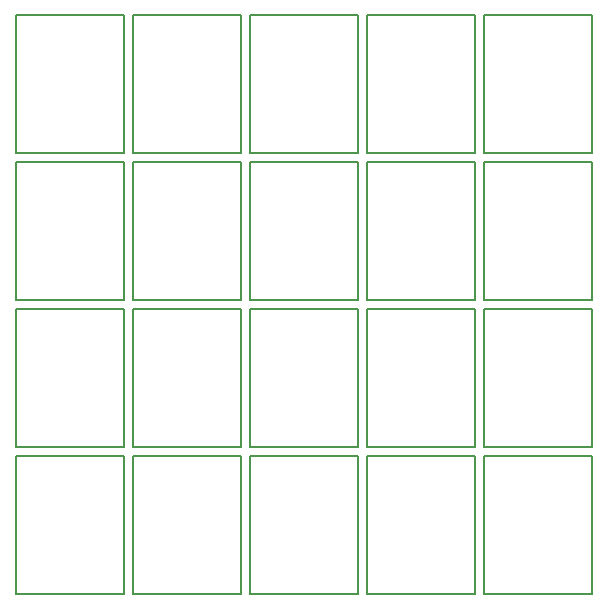
<source format=gbr>
G04 (created by PCBNEW (2013-04-28 BZR 4117)-testing) date Mon 29 Apr 2013 06:53:23 PM CEST*
%MOIN*%
G04 Gerber Fmt 3.4, Leading zero omitted, Abs format*
%FSLAX34Y34*%
G01*
G70*
G90*
G04 APERTURE LIST*
%ADD10C,2.3622e-06*%
%ADD11C,0.00787402*%
G04 APERTURE END LIST*
G54D10*
G54D11*
X31700Y-22600D02*
X31700Y-18000D01*
X28100Y-18000D02*
X28100Y-22600D01*
X28100Y-18000D02*
X31700Y-18000D01*
X28100Y-22600D02*
X31700Y-22600D01*
X24200Y-22600D02*
X27800Y-22600D01*
X24200Y-18000D02*
X27800Y-18000D01*
X24200Y-18000D02*
X24200Y-22600D01*
X27800Y-22600D02*
X27800Y-18000D01*
X20000Y-22600D02*
X20000Y-18000D01*
X16400Y-18000D02*
X16400Y-22600D01*
X16400Y-18000D02*
X20000Y-18000D01*
X16400Y-22600D02*
X20000Y-22600D01*
X20300Y-22600D02*
X23900Y-22600D01*
X20300Y-18000D02*
X23900Y-18000D01*
X20300Y-18000D02*
X20300Y-22600D01*
X23900Y-22600D02*
X23900Y-18000D01*
X32000Y-22600D02*
X35600Y-22600D01*
X32000Y-18000D02*
X35600Y-18000D01*
X32000Y-18000D02*
X32000Y-22600D01*
X35600Y-22600D02*
X35600Y-18000D01*
X35600Y-17700D02*
X35600Y-13100D01*
X32000Y-13100D02*
X32000Y-17700D01*
X32000Y-13100D02*
X35600Y-13100D01*
X32000Y-17700D02*
X35600Y-17700D01*
X23900Y-17700D02*
X23900Y-13100D01*
X20300Y-13100D02*
X20300Y-17700D01*
X20300Y-13100D02*
X23900Y-13100D01*
X20300Y-17700D02*
X23900Y-17700D01*
X16400Y-17700D02*
X20000Y-17700D01*
X16400Y-13100D02*
X20000Y-13100D01*
X16400Y-13100D02*
X16400Y-17700D01*
X20000Y-17700D02*
X20000Y-13100D01*
X27800Y-17700D02*
X27800Y-13100D01*
X24200Y-13100D02*
X24200Y-17700D01*
X24200Y-13100D02*
X27800Y-13100D01*
X24200Y-17700D02*
X27800Y-17700D01*
X28100Y-17700D02*
X31700Y-17700D01*
X28100Y-13100D02*
X31700Y-13100D01*
X28100Y-13100D02*
X28100Y-17700D01*
X31700Y-17700D02*
X31700Y-13100D01*
X31700Y-27500D02*
X31700Y-22900D01*
X28100Y-22900D02*
X28100Y-27500D01*
X28100Y-22900D02*
X31700Y-22900D01*
X28100Y-27500D02*
X31700Y-27500D01*
X24200Y-27500D02*
X27800Y-27500D01*
X24200Y-22900D02*
X27800Y-22900D01*
X24200Y-22900D02*
X24200Y-27500D01*
X27800Y-27500D02*
X27800Y-22900D01*
X20000Y-27500D02*
X20000Y-22900D01*
X16400Y-22900D02*
X16400Y-27500D01*
X16400Y-22900D02*
X20000Y-22900D01*
X16400Y-27500D02*
X20000Y-27500D01*
X20300Y-27500D02*
X23900Y-27500D01*
X20300Y-22900D02*
X23900Y-22900D01*
X20300Y-22900D02*
X20300Y-27500D01*
X23900Y-27500D02*
X23900Y-22900D01*
X32000Y-27500D02*
X35600Y-27500D01*
X32000Y-22900D02*
X35600Y-22900D01*
X32000Y-22900D02*
X32000Y-27500D01*
X35600Y-27500D02*
X35600Y-22900D01*
X35600Y-32400D02*
X35600Y-27800D01*
X32000Y-27800D02*
X32000Y-32400D01*
X32000Y-27800D02*
X35600Y-27800D01*
X32000Y-32400D02*
X35600Y-32400D01*
X23900Y-32400D02*
X23900Y-27800D01*
X20300Y-27800D02*
X20300Y-32400D01*
X20300Y-27800D02*
X23900Y-27800D01*
X20300Y-32400D02*
X23900Y-32400D01*
X16400Y-32400D02*
X20000Y-32400D01*
X16400Y-27800D02*
X20000Y-27800D01*
X16400Y-27800D02*
X16400Y-32400D01*
X20000Y-32400D02*
X20000Y-27800D01*
X27800Y-32400D02*
X27800Y-27800D01*
X24200Y-27800D02*
X24200Y-32400D01*
X24200Y-27800D02*
X27800Y-27800D01*
X24200Y-32400D02*
X27800Y-32400D01*
X28100Y-32400D02*
X31700Y-32400D01*
X28100Y-27800D02*
X31700Y-27800D01*
X28100Y-27800D02*
X28100Y-32400D01*
X31700Y-32400D02*
X31700Y-27800D01*
M02*

</source>
